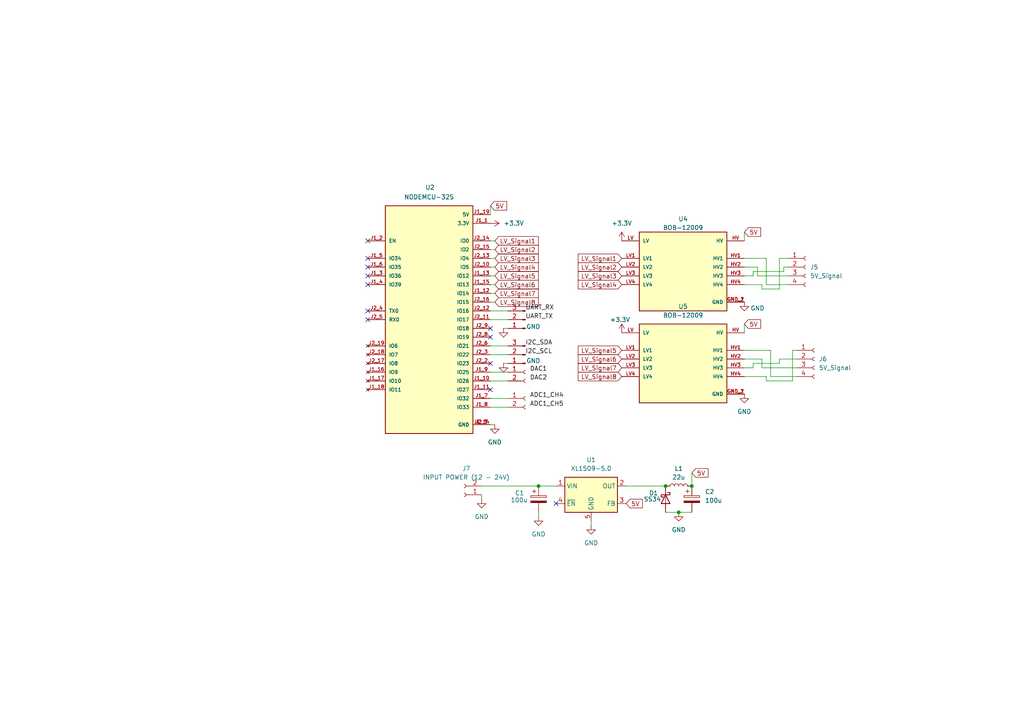
<source format=kicad_sch>
(kicad_sch (version 20250114) (generator "eeschema") (generator_version "9.0")
  (paper "A4")
  (lib_symbols
    (symbol "BOB-12009:BOB-12009" (pin_names (offset 1.016))
      (property "Reference" "U" (at -12.7 11.43 0))
      (property "Value" "BOB-12009" (at -12.7 -15.24 0))
      (symbol "BOB-12009_0_0"
        (rectangle (start -12.7 -12.7) (end 12.7 10.16) (stroke (width 0.254)) (fill (type background)))
        (pin bidirectional line (at -17.78 7.62 0) (length 5.08) (name "LV") (number "LV"))
        (pin bidirectional line (at -17.78 2.54 0) (length 5.08) (name "LV1") (number "LV1"))
        (pin bidirectional line (at -17.78 0 0) (length 5.08) (name "LV2") (number "LV2"))
        (pin bidirectional line (at -17.78 -2.54 0) (length 5.08) (name "LV3") (number "LV3"))
        (pin bidirectional line (at -17.78 -5.08 0) (length 5.08) (name "LV4") (number "LV4"))
        (pin bidirectional line (at 17.78 7.62 180) (length 5.08) (name "HV") (number "HV"))
        (pin bidirectional line (at 17.78 2.54 180) (length 5.08) (name "HV1") (number "HV1"))
        (pin bidirectional line (at 17.78 0 180) (length 5.08) (name "HV2") (number "HV2"))
        (pin bidirectional line (at 17.78 -2.54 180) (length 5.08) (name "HV3") (number "HV3"))
        (pin bidirectional line (at 17.78 -5.08 180) (length 5.08) (name "HV4") (number "HV4"))
        (pin power_in line (at 17.78 -10.16 180) (length 5.08) (name "GND") (number "GND_1"))
        (pin power_in line (at 17.78 -10.16 180) (length 5.08) (name "GND") (number "GND_2"))
      )
    )
    (symbol "Connector:Conn_01x02_Socket" (pin_names (offset 1.016) (hide yes))
      (property "Reference" "J" (at 0 2.54 0))
      (property "Value" "Conn_01x02_Socket" (at 0 -5.08 0))
      (symbol "Conn_01x02_Socket_1_1"
        (polyline (pts (xy -1.27 0) (xy -0.508 0)) (stroke (width 0.1524)))
        (polyline (pts (xy -1.27 -2.54) (xy -0.508 -2.54)) (stroke (width 0.1524)))
        (arc (start 0 -0.508) (mid -0.5058 0) (end 0 0.508) (stroke (width 0.1524)))
        (arc (start 0 -3.048) (mid -0.5058 -2.54) (end 0 -2.032) (stroke (width 0.1524)))
        (pin passive line (at -5.08 0 0) (length 3.81) (name "Pin_1") (number "1"))
        (pin passive line (at -5.08 -2.54 0) (length 3.81) (name "Pin_2") (number "2"))
      )
    )
    (symbol "Connector:Conn_01x03_Pin" (pin_names (offset 1.016) (hide yes))
      (property "Reference" "J" (at 0 5.08 0))
      (property "Value" "Conn_01x03_Pin" (at 0 -5.08 0))
      (symbol "Conn_01x03_Pin_1_1"
        (rectangle (start 0.8636 2.667) (end 0 2.413) (stroke (width 0.1524)) (fill (type outline)))
        (rectangle (start 0.8636 0.127) (end 0 -0.127) (stroke (width 0.1524)) (fill (type outline)))
        (rectangle (start 0.8636 -2.413) (end 0 -2.667) (stroke (width 0.1524)) (fill (type outline)))
        (polyline (pts (xy 1.27 2.54) (xy 0.8636 2.54)) (stroke (width 0.1524)))
        (polyline (pts (xy 1.27 0) (xy 0.8636 0)) (stroke (width 0.1524)))
        (polyline (pts (xy 1.27 -2.54) (xy 0.8636 -2.54)) (stroke (width 0.1524)))
        (pin passive line (at 5.08 2.54 180) (length 3.81) (name "Pin_1") (number "1"))
        (pin passive line (at 5.08 0 180) (length 3.81) (name "Pin_2") (number "2"))
        (pin passive line (at 5.08 -2.54 180) (length 3.81) (name "Pin_3") (number "3"))
      )
    )
    (symbol "Connector:Conn_01x04_Socket" (pin_names (offset 1.016) (hide yes))
      (property "Reference" "J" (at 0 5.08 0))
      (property "Value" "Conn_01x04_Socket" (at 0 -7.62 0))
      (symbol "Conn_01x04_Socket_1_1"
        (polyline (pts (xy -1.27 2.54) (xy -0.508 2.54)) (stroke (width 0.1524)))
        (polyline (pts (xy -1.27 0) (xy -0.508 0)) (stroke (width 0.1524)))
        (polyline (pts (xy -1.27 -2.54) (xy -0.508 -2.54)) (stroke (width 0.1524)))
        (polyline (pts (xy -1.27 -5.08) (xy -0.508 -5.08)) (stroke (width 0.1524)))
        (arc (start 0 2.032) (mid -0.5058 2.54) (end 0 3.048) (stroke (width 0.1524)))
        (arc (start 0 -0.508) (mid -0.5058 0) (end 0 0.508) (stroke (width 0.1524)))
        (arc (start 0 -3.048) (mid -0.5058 -2.54) (end 0 -2.032) (stroke (width 0.1524)))
        (arc (start 0 -5.588) (mid -0.5058 -5.08) (end 0 -4.572) (stroke (width 0.1524)))
        (pin passive line (at -5.08 2.54 0) (length 3.81) (name "Pin_1") (number "1"))
        (pin passive line (at -5.08 0 0) (length 3.81) (name "Pin_2") (number "2"))
        (pin passive line (at -5.08 -2.54 0) (length 3.81) (name "Pin_3") (number "3"))
        (pin passive line (at -5.08 -5.08 0) (length 3.81) (name "Pin_4") (number "4"))
      )
    )
    (symbol "Device:C_Polarized" (pin_numbers (hide yes)) (pin_names (offset 0.254))
      (property "Reference" "C" (at 0.635 2.54 0))
      (property "Value" "C_Polarized" (at 0.635 -2.54 0))
      (symbol "C_Polarized_0_1"
        (rectangle (start -2.286 0.508) (end 2.286 1.016))
        (polyline (pts (xy -1.778 2.286) (xy -0.762 2.286)))
        (polyline (pts (xy -1.27 2.794) (xy -1.27 1.778)))
        (rectangle (start 2.286 -0.508) (end -2.286 -1.016) (fill (type outline)))
      )
      (symbol "C_Polarized_1_1"
        (pin passive line (at 0 3.81 270) (length 2.794) (name "~") (number "1"))
        (pin passive line (at 0 -3.81 90) (length 2.794) (name "~") (number "2"))
      )
    )
    (symbol "Device:L" (pin_numbers (hide yes)) (pin_names (offset 1.016) (hide yes))
      (property "Reference" "L" (at -1.27 0 90))
      (property "Value" "L" (at 1.905 0 90))
      (symbol "L_0_1"
        (arc (start 0 2.54) (mid 0.6323 1.905) (end 0 1.27))
        (arc (start 0 1.27) (mid 0.6323 0.635) (end 0 0))
        (arc (start 0 0) (mid 0.6323 -0.635) (end 0 -1.27))
        (arc (start 0 -1.27) (mid 0.6323 -1.905) (end 0 -2.54))
      )
      (symbol "L_1_1"
        (pin passive line (at 0 3.81 270) (length 1.27) (name "1") (number "1"))
        (pin passive line (at 0 -3.81 90) (length 1.27) (name "2") (number "2"))
      )
    )
    (symbol "Diode:SS34" (pin_numbers (hide yes)) (pin_names (offset 1.016) (hide yes))
      (property "Reference" "D" (at 0 2.54 0))
      (property "Value" "SS34" (at 0 -2.54 0))
      (symbol "SS34_0_1"
        (polyline (pts (xy -1.905 0.635) (xy -1.905 1.27) (xy -1.27 1.27) (xy -1.27 -1.27) (xy -0.635 -1.27) (xy -0.635 -0.635)) (stroke (width 0.254)))
        (polyline (pts (xy 1.27 1.27) (xy 1.27 -1.27) (xy -1.27 0) (xy 1.27 1.27)) (stroke (width 0.254)))
        (polyline (pts (xy 1.27 0) (xy -1.27 0)))
      )
      (symbol "SS34_1_1"
        (pin passive line (at -3.81 0 0) (length 2.54) (name "K") (number "1"))
        (pin passive line (at 3.81 0 180) (length 2.54) (name "A") (number "2"))
      )
    )
    (symbol "NODEMCU-32S:NODEMCU-32S" (pin_names (offset 1.016))
      (property "Reference" "U" (at -12.7 33.782 0))
      (property "Value" "NODEMCU-32S" (at -12.7 -35.56 0))
      (symbol "NODEMCU-32S_0_0"
        (rectangle (start -12.7 -33.02) (end 12.7 33.02) (stroke (width 0.254)) (fill (type background)))
        (pin input line (at -17.78 22.86 0) (length 5.08) (name "EN") (number "J1_2"))
        (pin input line (at -17.78 17.78 0) (length 5.08) (name "IO34") (number "J1_5"))
        (pin input line (at -17.78 15.24 0) (length 5.08) (name "IO35") (number "J1_6"))
        (pin input line (at -17.78 12.7 0) (length 5.08) (name "IO36") (number "J1_3"))
        (pin input line (at -17.78 10.16 0) (length 5.08) (name "IO39") (number "J1_4"))
        (pin bidirectional line (at -17.78 2.54 0) (length 5.08) (name "TX0") (number "J2_4"))
        (pin bidirectional line (at -17.78 0 0) (length 5.08) (name "RX0") (number "J2_5"))
        (pin no_connect line (at -17.78 -7.62 0) (length 5.08) (name "IO6") (number "J2_19"))
        (pin no_connect line (at -17.78 -10.16 0) (length 5.08) (name "IO7") (number "J2_18"))
        (pin no_connect line (at -17.78 -12.7 0) (length 5.08) (name "IO8") (number "J2_17"))
        (pin no_connect line (at -17.78 -15.24 0) (length 5.08) (name "IO9") (number "J1_16"))
        (pin no_connect line (at -17.78 -17.78 0) (length 5.08) (name "IO10") (number "J1_17"))
        (pin no_connect line (at -17.78 -20.32 0) (length 5.08) (name "IO11") (number "J1_18"))
        (pin power_in line (at 17.78 30.48 180) (length 5.08) (name "5V") (number "J1_19"))
        (pin power_in line (at 17.78 27.94 180) (length 5.08) (name "3.3V") (number "J1_1"))
        (pin bidirectional line (at 17.78 22.86 180) (length 5.08) (name "IO0") (number "J2_14"))
        (pin bidirectional line (at 17.78 20.32 180) (length 5.08) (name "IO2") (number "J2_15"))
        (pin bidirectional line (at 17.78 17.78 180) (length 5.08) (name "IO4") (number "J2_13"))
        (pin bidirectional line (at 17.78 15.24 180) (length 5.08) (name "IO5") (number "J2_10"))
        (pin bidirectional line (at 17.78 12.7 180) (length 5.08) (name "IO12") (number "J1_13"))
        (pin bidirectional line (at 17.78 10.16 180) (length 5.08) (name "IO13") (number "J1_15"))
        (pin bidirectional line (at 17.78 7.62 180) (length 5.08) (name "IO14") (number "J1_12"))
        (pin bidirectional line (at 17.78 5.08 180) (length 5.08) (name "IO15") (number "J2_16"))
        (pin bidirectional line (at 17.78 2.54 180) (length 5.08) (name "IO16") (number "J2_12"))
        (pin bidirectional line (at 17.78 0 180) (length 5.08) (name "IO17") (number "J2_11"))
        (pin bidirectional line (at 17.78 -2.54 180) (length 5.08) (name "IO18") (number "J2_9"))
        (pin bidirectional line (at 17.78 -5.08 180) (length 5.08) (name "IO19") (number "J2_8"))
        (pin bidirectional line (at 17.78 -7.62 180) (length 5.08) (name "IO21") (number "J2_6"))
        (pin bidirectional line (at 17.78 -10.16 180) (length 5.08) (name "IO22") (number "J2_3"))
        (pin bidirectional line (at 17.78 -12.7 180) (length 5.08) (name "IO23") (number "J2_2"))
        (pin bidirectional line (at 17.78 -15.24 180) (length 5.08) (name "IO25") (number "J1_9"))
        (pin bidirectional line (at 17.78 -17.78 180) (length 5.08) (name "IO26") (number "J1_10"))
        (pin bidirectional line (at 17.78 -20.32 180) (length 5.08) (name "IO27") (number "J1_11"))
        (pin bidirectional line (at 17.78 -22.86 180) (length 5.08) (name "IO32") (number "J1_7"))
        (pin bidirectional line (at 17.78 -25.4 180) (length 5.08) (name "IO33") (number "J1_8"))
        (pin power_in line (at 17.78 -30.48 180) (length 5.08) (name "GND") (number "J1_14"))
        (pin power_in line (at 17.78 -30.48 180) (length 5.08) (name "GND") (number "J2_1"))
        (pin power_in line (at 17.78 -30.48 180) (length 5.08) (name "GND") (number "J2_7"))
      )
    )
    (symbol "Regulator_Switching:XL1509-5.0"
      (property "Reference" "U" (at -7.112 6.096 0))
      (property "Value" "XL1509-5.0" (at 5.842 6.096 0))
      (symbol "XL1509-5.0_0_1"
        (rectangle (start -7.62 5.08) (end 7.62 -5.08) (stroke (width 0.254)) (fill (type background)))
      )
      (symbol "XL1509-5.0_1_1"
        (pin power_in line (at -10.16 2.54 0) (length 2.54) (name "VIN") (number "1"))
        (pin input line (at -10.16 -2.54 0) (length 2.54) (name "~{EN}") (number "4"))
        (pin power_in line (at 0 -7.62 90) (length 2.54) (name "GND") (number "5"))
        (pin passive line (at 0 -7.62 90) (length 2.54) (hide yes) (name "GND") (number "6"))
        (pin passive line (at 0 -7.62 90) (length 2.54) (hide yes) (name "GND") (number "7"))
        (pin passive line (at 0 -7.62 90) (length 2.54) (hide yes) (name "GND") (number "8"))
        (pin power_out line (at 10.16 2.54 180) (length 2.54) (name "OUT") (number "2"))
        (pin input line (at 10.16 -2.54 180) (length 2.54) (name "FB") (number "3"))
      )
    )
    (symbol "power:+5V" (power) (pin_numbers (hide yes)) (pin_names (offset 0) (hide yes))
      (property "Value" "+5V" (at 0 3.556 0))
      (symbol "+5V_0_1"
        (polyline (pts (xy -0.762 1.27) (xy 0 2.54)))
        (polyline (pts (xy 0 2.54) (xy 0.762 1.27)))
        (polyline (pts (xy 0 0) (xy 0 2.54)))
      )
      (symbol "+5V_1_1"
        (pin power_in line (at 0 0 90) (length 0) (name "~") (number "1"))
      )
    )
    (symbol "power:GND" (power) (pin_numbers (hide yes)) (pin_names (offset 0) (hide yes))
      (property "Value" "GND" (at 0 -3.81 0))
      (symbol "GND_0_1"
        (polyline (pts (xy 0 0) (xy 0 -1.27) (xy 1.27 -1.27) (xy 0 -2.54) (xy -1.27 -1.27) (xy 0 -1.27)))
      )
      (symbol "GND_1_1"
        (pin power_in line (at 0 0 270) (length 0) (name "~") (number "1"))
      )
    )
  )
  (junction (at 200.66 140.97))
  (junction (at 156.21 140.97))
  (junction (at 196.85 148.59))
  (junction (at 193.04 140.97))
  (no_connect (at 106.68 80.01))
  (no_connect (at 106.68 92.71))
  (no_connect (at 106.68 74.93))
  (no_connect (at 161.29 146.05))
  (no_connect (at 142.24 95.25))
  (no_connect (at 106.68 69.85))
  (no_connect (at 142.24 105.41))
  (no_connect (at 106.68 82.55))
  (no_connect (at 106.68 77.47))
  (no_connect (at 106.68 90.17))
  (no_connect (at 142.24 113.03))
  (no_connect (at 142.24 97.79))
  (wire (pts (xy 171.45 151.13) (xy 171.45 152.4)))
  (wire (pts (xy 218.44 105.41) (xy 226.06 105.41)))
  (wire (pts (xy 142.24 74.93) (xy 143.51 74.93)))
  (wire (pts (xy 218.44 80.01) (xy 218.44 78.74)))
  (wire (pts (xy 142.24 80.01) (xy 143.51 80.01)))
  (wire (pts (xy 222.25 109.22) (xy 222.25 110.49)))
  (wire (pts (xy 220.98 104.14) (xy 220.98 106.68)))
  (wire (pts (xy 196.85 148.59) (xy 200.66 148.59)))
  (wire (pts (xy 226.06 74.93) (xy 228.6 74.93)))
  (wire (pts (xy 215.9 77.47) (xy 219.71 77.47)))
  (wire (pts (xy 215.9 67.31) (xy 215.9 69.85)))
  (wire (pts (xy 193.04 148.59) (xy 196.85 148.59)))
  (wire (pts (xy 142.24 87.63) (xy 143.51 87.63)))
  (wire (pts (xy 139.7 140.97) (xy 156.21 140.97)))
  (wire (pts (xy 219.71 77.47) (xy 219.71 80.01)))
  (wire (pts (xy 156.21 148.59) (xy 156.21 149.86)))
  (wire (pts (xy 142.24 77.47) (xy 143.51 77.47)))
  (wire (pts (xy 215.9 104.14) (xy 220.98 104.14)))
  (wire (pts (xy 227.33 77.47) (xy 228.6 77.47)))
  (wire (pts (xy 215.9 109.22) (xy 222.25 109.22)))
  (wire (pts (xy 181.61 140.97) (xy 193.04 140.97)))
  (wire (pts (xy 142.24 72.39) (xy 143.51 72.39)))
  (wire (pts (xy 142.24 118.11) (xy 147.32 118.11)))
  (wire (pts (xy 142.24 110.49) (xy 147.32 110.49)))
  (wire (pts (xy 215.9 74.93) (xy 222.25 74.93)))
  (wire (pts (xy 200.66 137.16) (xy 200.66 140.97)))
  (wire (pts (xy 147.32 105.41) (xy 146.05 105.41)))
  (wire (pts (xy 222.25 82.55) (xy 228.6 82.55)))
  (wire (pts (xy 218.44 106.68) (xy 218.44 105.41)))
  (wire (pts (xy 226.06 83.82) (xy 226.06 74.93)))
  (wire (pts (xy 223.52 109.22) (xy 231.14 109.22)))
  (wire (pts (xy 156.21 140.97) (xy 161.29 140.97)))
  (wire (pts (xy 142.24 82.55) (xy 143.51 82.55)))
  (wire (pts (xy 215.9 82.55) (xy 220.98 82.55)))
  (wire (pts (xy 147.32 95.25) (xy 146.05 95.25)))
  (wire (pts (xy 142.24 115.57) (xy 147.32 115.57)))
  (wire (pts (xy 219.71 80.01) (xy 228.6 80.01)))
  (wire (pts (xy 222.25 74.93) (xy 222.25 82.55)))
  (wire (pts (xy 229.87 110.49) (xy 229.87 101.6)))
  (wire (pts (xy 142.24 100.33) (xy 147.32 100.33)))
  (wire (pts (xy 215.9 93.98) (xy 215.9 96.52)))
  (wire (pts (xy 142.24 102.87) (xy 147.32 102.87)))
  (wire (pts (xy 142.24 107.95) (xy 147.32 107.95)))
  (wire (pts (xy 229.87 101.6) (xy 231.14 101.6)))
  (wire (pts (xy 142.24 59.69) (xy 142.24 62.23)))
  (wire (pts (xy 142.24 69.85) (xy 143.51 69.85)))
  (wire (pts (xy 220.98 106.68) (xy 231.14 106.68)))
  (wire (pts (xy 139.7 143.51) (xy 139.7 144.78)))
  (wire (pts (xy 220.98 83.82) (xy 226.06 83.82)))
  (wire (pts (xy 142.24 123.19) (xy 143.51 123.19)))
  (wire (pts (xy 142.24 90.17) (xy 147.32 90.17)))
  (wire (pts (xy 142.24 92.71) (xy 147.32 92.71)))
  (wire (pts (xy 215.9 80.01) (xy 218.44 80.01)))
  (wire (pts (xy 220.98 82.55) (xy 220.98 83.82)))
  (wire (pts (xy 226.06 104.14) (xy 231.14 104.14)))
  (wire (pts (xy 218.44 78.74) (xy 227.33 78.74)))
  (wire (pts (xy 215.9 106.68) (xy 218.44 106.68)))
  (wire (pts (xy 215.9 101.6) (xy 223.52 101.6)))
  (wire (pts (xy 222.25 110.49) (xy 229.87 110.49)))
  (wire (pts (xy 142.24 85.09) (xy 143.51 85.09)))
  (wire (pts (xy 223.52 101.6) (xy 223.52 109.22)))
  (wire (pts (xy 227.33 78.74) (xy 227.33 77.47)))
  (wire (pts (xy 226.06 105.41) (xy 226.06 104.14)))
  (label "UART_TX" (at 152.4 92.71 0))
  (label "DAC1" (at 153.67 107.95 0))
  (label "DAC2" (at 153.67 110.49 0))
  (label "I2C_SDA" (at 152.4 100.33 0))
  (label "I2C_SCL" (at 152.4 102.87 0))
  (label "ADC1_CH5" (at 153.67 118.11 0))
  (label "UART_RX" (at 152.4 90.17 0))
  (label "ADC1_CH4" (at 153.67 115.57 0))
  (global_label "LV_Signal2" (shape input) (at 180.34 77.47 180) (property "Intersheetrefs" "${INTERSHEET_REFS}" (effects (hide yes))))
  (global_label "5V" (shape input) (at 142.24 59.69 0) (property "Intersheetrefs" "${INTERSHEET_REFS}" (effects (hide yes))))
  (global_label "5V" (shape input) (at 215.9 93.98 0) (property "Intersheetrefs" "${INTERSHEET_REFS}" (effects (hide yes))))
  (global_label "LV_Signal2" (shape input) (at 143.51 72.39 0) (property "Intersheetrefs" "${INTERSHEET_REFS}" (effects (hide yes))))
  (global_label "LV_Signal3" (shape input) (at 143.51 74.93 0) (property "Intersheetrefs" "${INTERSHEET_REFS}" (effects (hide yes))))
  (global_label "LV_Signal1" (shape input) (at 143.51 69.85 0) (property "Intersheetrefs" "${INTERSHEET_REFS}" (effects (hide yes))))
  (global_label "LV_Signal4" (shape input) (at 143.51 77.47 0) (property "Intersheetrefs" "${INTERSHEET_REFS}" (effects (hide yes))))
  (global_label "LV_Signal5" (shape input) (at 180.34 101.6 180) (property "Intersheetrefs" "${INTERSHEET_REFS}" (effects (hide yes))))
  (global_label "LV_Signal6" (shape input) (at 180.34 104.14 180) (property "Intersheetrefs" "${INTERSHEET_REFS}" (effects (hide yes))))
  (global_label "LV_Signal1" (shape input) (at 180.34 74.93 180) (property "Intersheetrefs" "${INTERSHEET_REFS}" (effects (hide yes))))
  (global_label "5V" (shape input) (at 215.9 67.31 0) (property "Intersheetrefs" "${INTERSHEET_REFS}" (effects (hide yes))))
  (global_label "LV_Signal7" (shape input) (at 143.51 85.09 0) (property "Intersheetrefs" "${INTERSHEET_REFS}" (effects (hide yes))))
  (global_label "LV_Signal3" (shape input) (at 180.34 80.01 180) (property "Intersheetrefs" "${INTERSHEET_REFS}" (effects (hide yes))))
  (global_label "LV_Signal8" (shape input) (at 143.51 87.63 0) (property "Intersheetrefs" "${INTERSHEET_REFS}" (effects (hide yes))))
  (global_label "5V" (shape input) (at 200.66 137.16 0) (property "Intersheetrefs" "${INTERSHEET_REFS}" (effects (hide yes))))
  (global_label "5V" (shape input) (at 181.61 146.05 0) (property "Intersheetrefs" "${INTERSHEET_REFS}" (effects (hide yes))))
  (global_label "LV_Signal8" (shape input) (at 180.34 109.22 180) (property "Intersheetrefs" "${INTERSHEET_REFS}" (effects (hide yes))))
  (global_label "LV_Signal6" (shape input) (at 143.51 82.55 0) (property "Intersheetrefs" "${INTERSHEET_REFS}" (effects (hide yes))))
  (global_label "LV_Signal5" (shape input) (at 143.51 80.01 0) (property "Intersheetrefs" "${INTERSHEET_REFS}" (effects (hide yes))))
  (global_label "LV_Signal7" (shape input) (at 180.34 106.68 180) (property "Intersheetrefs" "${INTERSHEET_REFS}" (effects (hide yes))))
  (global_label "LV_Signal4" (shape input) (at 180.34 82.55 180) (property "Intersheetrefs" "${INTERSHEET_REFS}" (effects (hide yes))))
  (symbol (lib_id "Diode:SS34") (at 193.04 144.78 270) (unit 1)
    (property "Reference" "D1" (at 188.214 143.002 90) (effects (justify left)))
    (property "Value" "SS34" (at 186.69 144.78 90) (effects (justify left)))
    (property "Footprint" "Diode_SMD:D_SMA" (effects (hide yes)))
    (property "Datasheet" "https://www.vishay.com/docs/88751/ss32.pdf" (effects (hide yes)))
    (property "Description" "40V 3A Schottky Diode, SMA" (effects (hide yes)))
  )
  (symbol (lib_id "Connector:Conn_01x04_Socket") (at 236.22 104.14 0) (unit 1)
    (property "Reference" "J6" (at 237.49 104.1399 0) (effects (justify left)))
    (property "Value" "5V_Signal" (at 237.49 106.6799 0) (effects (justify left)))
    (property "Footprint" "TerminalBlock_Phoenix:TerminalBlock_Phoenix_PT-1,5-4-3.5-H_1x04_P3.50mm_Horizontal" (effects (hide yes)))
    (property "Description" "Generic connector, single row, 01x04, script generated" (effects (hide yes)))
  )
  (symbol (lib_id "Connector:Conn_01x02_Socket") (at 134.62 143.51 180) (unit 1)
    (property "Reference" "J7" (at 135.255 135.89 0))
    (property "Value" "INPUT POWER (12 - 24V)" (at 135.255 138.43 0))
    (property "Footprint" "TerminalBlock_Phoenix:TerminalBlock_Phoenix_MKDS-1,5-2-5.08_1x02_P5.08mm_Horizontal" (effects (hide yes)))
    (property "Description" "Generic connector, single row, 01x02, script generated" (effects (hide yes)))
  )
  (symbol (lib_id "BOB-12009:BOB-12009") (at 198.12 77.47 0) (unit 1)
    (property "Reference" "U4" (at 198.12 63.5 0))
    (property "Value" "BOB-12009" (at 198.12 66.04 0))
    (property "Footprint" "BOB-12009:CONV_BOB-12009" (effects (hide yes)))
    (property "MF" "SparkFun" (effects (hide yes)))
    (property "MAXIMUM_PACKAGE_HEIGHT" "N/A" (effects (hide yes)))
    (property "Package" "None" (effects (hide yes)))
    (property "Price" "None" (effects (hide yes)))
    (property "Check_prices" "https://www.snapeda.com/parts/BOB-12009/SparkFun/view-part/?ref=eda" (effects (hide yes)))
    (property "STANDARD" "Manufacturer Recommendations" (effects (hide yes)))
    (property "PARTREV" "01" (effects (hide yes)))
    (property "SnapEDA_Link" "https://www.snapeda.com/parts/BOB-12009/SparkFun/view-part/?ref=snap" (effects (hide yes)))
    (property "MP" "BOB-12009" (effects (hide yes)))
    (property "Description_1" "BSS138 - Logic-Level Translator Interface Evaluation Board" (effects (hide yes)))
    (property "Availability" "In Stock" (effects (hide yes)))
    (property "MANUFACTURER" "SparkFun Electronics" (effects (hide yes)))
  )
  (symbol (lib_id "power:GND") (at 215.9 114.3 0) (unit 1)
    (property "Reference" "#PWR04" (effects (hide yes)))
    (property "Value" "GND" (at 215.9 119.38 0))
    (property "Description" "Power symbol creates a global label with name \"GND\" , ground" (effects (hide yes)))
  )
  (symbol (lib_id "power:+5V") (at 180.34 69.85 0) (unit 1)
    (property "Reference" "#PWR08" (effects (hide yes)))
    (property "Value" "+3.3V" (at 180.34 64.77 0))
    (property "Description" "Power symbol creates a global label with name \"+5V\"" (effects (hide yes)))
  )
  (symbol (lib_id "Regulator_Switching:XL1509-5.0") (at 171.45 143.51 0) (unit 1)
    (property "Reference" "U1" (at 171.45 133.35 0))
    (property "Value" "XL1509-5.0" (at 171.45 135.89 0))
    (property "Footprint" "Package_SO:SOIC-8_3.9x4.9mm_P1.27mm" (effects (hide yes)))
    (property "Datasheet" "https://datasheet.lcsc.com/lcsc/1809050422_XLSEMI-XL1509-5-0E1_C61063.pdf" (effects (hide yes)))
    (property "Description" "Buck DC/DC Converter, 2A, 5V Output Voltage, 7-40V Input Voltage" (effects (hide yes)))
  )
  (symbol (lib_id "Connector:Conn_01x04_Socket") (at 233.68 77.47 0) (unit 1)
    (property "Reference" "J5" (at 234.95 77.4699 0) (effects (justify left)))
    (property "Value" "5V_Signal" (at 234.95 80.0099 0) (effects (justify left)))
    (property "Footprint" "TerminalBlock_Phoenix:TerminalBlock_Phoenix_PT-1,5-4-3.5-H_1x04_P3.50mm_Horizontal" (effects (hide yes)))
    (property "Description" "Generic connector, single row, 01x04, script generated" (effects (hide yes)))
  )
  (symbol (lib_id "power:GND") (at 146.05 95.25 0) (unit 1)
    (property "Reference" "#PWR06" (effects (hide yes)))
    (property "Value" "GND" (at 154.686 94.742 0))
    (property "Description" "Power symbol creates a global label with name \"GND\" , ground" (effects (hide yes)))
  )
  (symbol (lib_id "Connector:Conn_01x02_Socket") (at 152.4 115.57 0) (unit 1)
    (property "Reference" "J4" (effects (hide yes)))
    (property "Value" "Conn_01x02_Socket" (effects (hide yes)))
    (property "Footprint" "TerminalBlock_Phoenix:TerminalBlock_Phoenix_PT-1,5-2-3.5-H_1x02_P3.50mm_Horizontal" (effects (hide yes)))
    (property "Description" "Generic connector, single row, 01x02, script generated" (effects (hide yes)))
  )
  (symbol (lib_id "Device:L") (at 196.85 140.97 90) (unit 1)
    (property "Reference" "L1" (at 196.85 135.89 90))
    (property "Value" "22u" (at 196.85 138.43 90))
    (property "Footprint" "Inductor_SMD:L_APV_ANR5020" (effects (hide yes)))
    (property "Description" "Inductor" (effects (hide yes)))
  )
  (symbol (lib_id "BOB-12009:BOB-12009") (at 198.12 104.14 0) (unit 1)
    (property "Reference" "U5" (at 198.12 88.9 0))
    (property "Value" "BOB-12009" (at 198.12 91.44 0))
    (property "Footprint" "BOB-12009:CONV_BOB-12009" (effects (hide yes)))
    (property "MF" "SparkFun" (effects (hide yes)))
    (property "MAXIMUM_PACKAGE_HEIGHT" "N/A" (effects (hide yes)))
    (property "Package" "None" (effects (hide yes)))
    (property "Price" "None" (effects (hide yes)))
    (property "Check_prices" "https://www.snapeda.com/parts/BOB-12009/SparkFun/view-part/?ref=eda" (effects (hide yes)))
    (property "STANDARD" "Manufacturer Recommendations" (effects (hide yes)))
    (property "PARTREV" "01" (effects (hide yes)))
    (property "SnapEDA_Link" "https://www.snapeda.com/parts/BOB-12009/SparkFun/view-part/?ref=snap" (effects (hide yes)))
    (property "MP" "BOB-12009" (effects (hide yes)))
    (property "Description_1" "BSS138 - Logic-Level Translator Interface Evaluation Board" (effects (hide yes)))
    (property "Availability" "In Stock" (effects (hide yes)))
    (property "MANUFACTURER" "SparkFun Electronics" (effects (hide yes)))
  )
  (symbol (lib_id "power:GND") (at 139.7 144.78 0) (unit 1)
    (property "Reference" "#PWR012" (effects (hide yes)))
    (property "Value" "GND" (at 139.7 149.86 0))
    (property "Description" "Power symbol creates a global label with name \"GND\" , ground" (effects (hide yes)))
  )
  (symbol (lib_id "Device:C_Polarized") (at 200.66 144.78 0) (unit 1)
    (property "Reference" "C2" (at 204.47 142.6209 0) (effects (justify left)))
    (property "Value" "100u" (at 204.47 145.1609 0) (effects (justify left)))
    (property "Footprint" "Capacitor_SMD:CP_Elec_6.3x5.8" (effects (hide yes)))
    (property "Description" "Polarized capacitor" (effects (hide yes)))
  )
  (symbol (lib_id "power:GND") (at 171.45 152.4 0) (unit 1)
    (property "Reference" "#PWR05" (effects (hide yes)))
    (property "Value" "GND" (at 171.45 157.48 0))
    (property "Description" "Power symbol creates a global label with name \"GND\" , ground" (effects (hide yes)))
  )
  (symbol (lib_id "Connector:Conn_01x02_Socket") (at 152.4 107.95 0) (unit 1)
    (property "Reference" "J3" (effects (hide yes)))
    (property "Value" "Conn_01x02_Socket" (effects (hide yes)))
    (property "Footprint" "TerminalBlock_Phoenix:TerminalBlock_Phoenix_PT-1,5-2-3.5-H_1x02_P3.50mm_Horizontal" (effects (hide yes)))
    (property "Description" "Generic connector, single row, 01x02, script generated" (effects (hide yes)))
  )
  (symbol (lib_id "power:+5V") (at 180.34 96.52 0) (unit 1)
    (property "Reference" "#PWR09" (effects (hide yes)))
    (property "Value" "+3.3V" (at 179.832 92.71 0))
    (property "Description" "Power symbol creates a global label with name \"+5V\"" (effects (hide yes)))
  )
  (symbol (lib_id "power:GND") (at 215.9 87.63 0) (unit 1)
    (property "Reference" "#PWR03" (effects (hide yes)))
    (property "Value" "GND" (at 219.71 89.408 0))
    (property "Description" "Power symbol creates a global label with name \"GND\" , ground" (effects (hide yes)))
  )
  (symbol (lib_id "power:+5V") (at 142.24 64.77 270) (unit 1)
    (property "Reference" "#PWR02" (effects (hide yes)))
    (property "Value" "+3.3V" (at 146.05 64.7699 90) (effects (justify left)))
    (property "Description" "Power symbol creates a global label with name \"+5V\"" (effects (hide yes)))
  )
  (symbol (lib_id "Connector:Conn_01x03_Pin") (at 152.4 102.87 180) (unit 1)
    (property "Reference" "J2" (effects (hide yes)))
    (property "Value" "Conn_01x03_Pin" (effects (hide yes)))
    (property "Footprint" "Connector_JST:JST_EH_B3B-EH-A_1x03_P2.50mm_Vertical" (effects (hide yes)))
    (property "Description" "Generic connector, single row, 01x03, script generated" (effects (hide yes)))
  )
  (symbol (lib_id "power:GND") (at 146.05 105.41 0) (unit 1)
    (property "Reference" "#PWR07" (effects (hide yes)))
    (property "Value" "GND" (at 154.686 104.648 0))
    (property "Description" "Power symbol creates a global label with name \"GND\" , ground" (effects (hide yes)))
  )
  (symbol (lib_id "NODEMCU-32S:NODEMCU-32S") (at 124.46 92.71 0) (unit 1)
    (property "Reference" "U2" (at 124.714 54.356 0))
    (property "Value" "NODEMCU-32S" (at 124.46 57.15 0))
    (property "Footprint" "NODEMCU-32S:MODULE_NODEMCU-32S" (effects (hide yes)))
    (property "MF" "AI-Thinker" (effects (hide yes)))
    (property "MAXIMUM_PACKAGE_HEIGHT" "3.00mm" (effects (hide yes)))
    (property "Package" "Package" (effects (hide yes)))
    (property "Price" "None" (effects (hide yes)))
    (property "Check_prices" "https://www.snapeda.com/parts/NODEMCU-32S/AI-Thinker/view-part/?ref=eda" (effects (hide yes)))
    (property "STANDARD" "Manufacturer Recommendations" (effects (hide yes)))
    (property "PARTREV" "V1" (effects (hide yes)))
    (property "SnapEDA_Link" "https://www.snapeda.com/parts/NODEMCU-32S/AI-Thinker/view-part/?ref=snap" (effects (hide yes)))
    (property "MP" "NODEMCU-32S" (effects (hide yes)))
    (property "Description_1" "WIFI MODULE V1" (effects (hide yes)))
    (property "Availability" "Not in stock" (effects (hide yes)))
    (property "MANUFACTURER" "AI-Thinker" (effects (hide yes)))
  )
  (symbol (lib_id "Device:C_Polarized") (at 156.21 144.78 0) (unit 1)
    (property "Reference" "C1" (at 149.352 143.002 0) (effects (justify left)))
    (property "Value" "100u" (at 148.082 145.034 0) (effects (justify left)))
    (property "Footprint" "Capacitor_SMD:CP_Elec_10x10" (effects (hide yes)))
    (property "Description" "Polarized capacitor" (effects (hide yes)))
  )
  (symbol (lib_id "power:GND") (at 156.21 149.86 0) (unit 1)
    (property "Reference" "#PWR010" (effects (hide yes)))
    (property "Value" "GND" (at 156.21 154.94 0))
    (property "Description" "Power symbol creates a global label with name \"GND\" , ground" (effects (hide yes)))
  )
  (symbol (lib_id "Connector:Conn_01x03_Pin") (at 152.4 92.71 180) (unit 1)
    (property "Reference" "J1" (effects (hide yes)))
    (property "Value" "Conn_01x03_Pin" (effects (hide yes)))
    (property "Footprint" "Connector_JST:JST_EH_B3B-EH-A_1x03_P2.50mm_Vertical" (effects (hide yes)))
    (property "Description" "Generic connector, single row, 01x03, script generated" (effects (hide yes)))
  )
  (symbol (lib_id "power:GND") (at 143.51 123.19 0) (unit 1)
    (property "Reference" "#PWR01" (effects (hide yes)))
    (property "Value" "GND" (at 143.51 128.27 0))
    (property "Description" "Power symbol creates a global label with name \"GND\" , ground" (effects (hide yes)))
  )
  (symbol (lib_id "power:GND") (at 196.85 148.59 0) (unit 1)
    (property "Reference" "#PWR011" (effects (hide yes)))
    (property "Value" "GND" (at 196.85 153.67 0))
    (property "Description" "Power symbol creates a global label with name \"GND\" , ground" (effects (hide yes)))
  )
)
</source>
